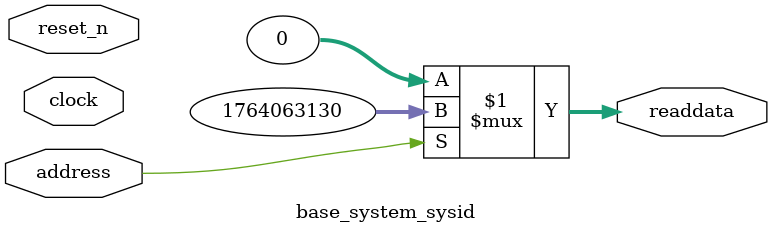
<source format=v>



// synthesis translate_off
`timescale 1ns / 1ps
// synthesis translate_on

// turn off superfluous verilog processor warnings 
// altera message_level Level1 
// altera message_off 10034 10035 10036 10037 10230 10240 10030 

module base_system_sysid (
               // inputs:
                address,
                clock,
                reset_n,

               // outputs:
                readdata
             )
;

  output  [ 31: 0] readdata;
  input            address;
  input            clock;
  input            reset_n;

  wire    [ 31: 0] readdata;
  //control_slave, which is an e_avalon_slave
  assign readdata = address ? 1764063130 : 0;

endmodule



</source>
